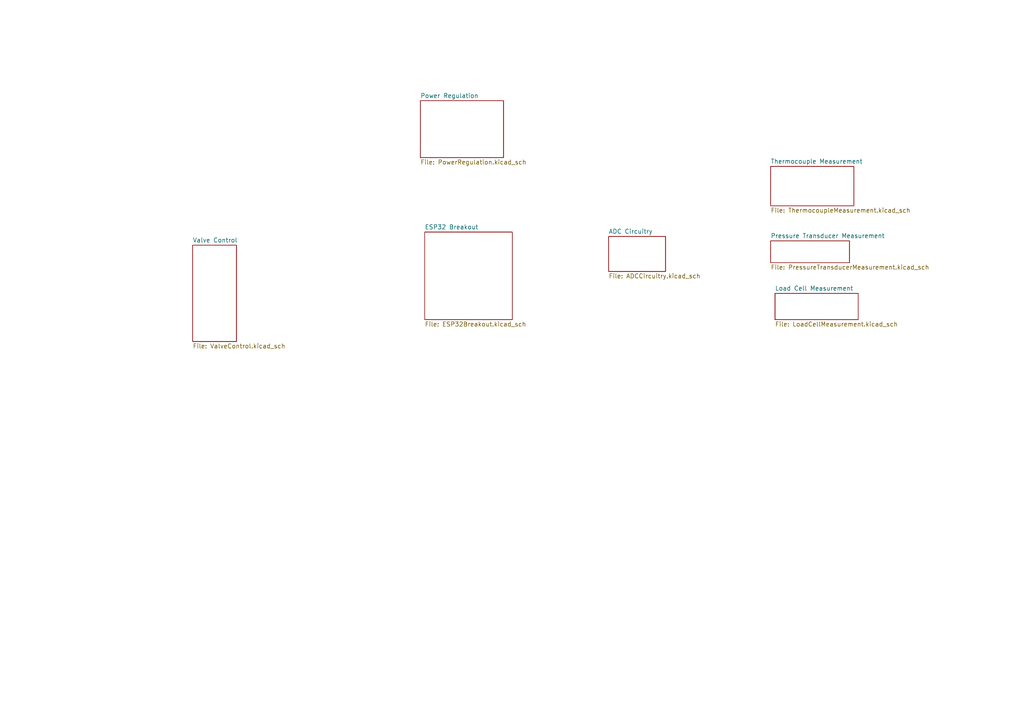
<source format=kicad_sch>
(kicad_sch (version 20250114) (generator "eeschema") (generator_version "9.0")
  (paper "A4")
  (lib_symbols)
  (sheet (at 176.53 68.58) (size 16.51 10.16) (stroke (width 0.1524))
    (property "Sheetname" "ADC Circuitry" (at 176.53 67.8684 0) (effects (justify left bottom)))
    (property "Sheetfile" "ADCCircuitry.kicad_sch" (at 176.53 79.3246 0) (effects (justify left top)))
  )
  (sheet (at 223.52 69.85) (size 22.86 6.35) (stroke (width 0.1524))
    (property "Sheetname" "Pressure Transducer Measurement" (at 223.52 69.1384 0) (effects (justify left bottom)))
    (property "Sheetfile" "PressureTransducerMeasurement.kicad_sch" (at 223.52 76.7846 0) (effects (justify left top)))
  )
  (sheet (at 224.79 85.09) (size 24.13 7.62) (stroke (width 0.1524))
    (property "Sheetname" "Load Cell Measurement" (at 224.79 84.3784 0) (effects (justify left bottom)))
    (property "Sheetfile" "LoadCellMeasurement.kicad_sch" (at 224.79 93.2946 0) (effects (justify left top)))
  )
  (sheet (at 55.88 71.12) (size 12.7 27.94) (stroke (width 0.1524))
    (property "Sheetname" "Valve Control" (at 55.88 70.4084 0) (effects (justify left bottom)))
    (property "Sheetfile" "ValveControl.kicad_sch" (at 55.88 99.6446 0) (effects (justify left top)))
  )
  (sheet (at 223.52 48.26) (size 24.13 11.43) (stroke (width 0.1524))
    (property "Sheetname" "Thermocouple Measurement" (at 223.52 47.5484 0) (effects (justify left bottom)))
    (property "Sheetfile" "ThermocoupleMeasurement.kicad_sch" (at 223.52 60.2746 0) (effects (justify left top)))
  )
  (sheet (at 121.92 29.21) (size 24.13 16.51) (stroke (width 0.1524))
    (property "Sheetname" "Power Regulation" (at 121.92 28.4984 0) (effects (justify left bottom)))
    (property "Sheetfile" "PowerRegulation.kicad_sch" (at 121.92 46.3046 0) (effects (justify left top)))
  )
  (sheet (at 123.19 67.31) (size 25.4 25.4) (stroke (width 0.1524))
    (property "Sheetname" "ESP32 Breakout" (at 123.19 66.5984 0) (effects (justify left bottom)))
    (property "Sheetfile" "ESP32Breakout.kicad_sch" (at 123.19 93.2946 0) (effects (justify left top)))
  )
)
</source>
